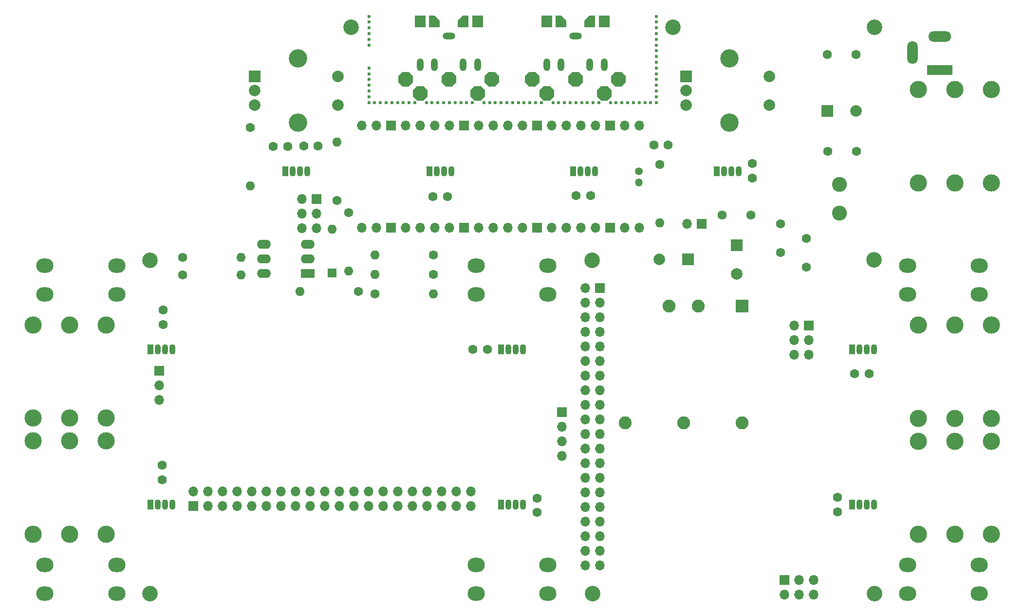
<source format=gbr>
%TF.GenerationSoftware,KiCad,Pcbnew,7.0.1.1-36-gbcf78dbe24-dirty-deb11*%
%TF.CreationDate,2023-03-27T19:41:14+00:00*%
%TF.ProjectId,pedalboard-hw,70656461-6c62-46f6-9172-642d68772e6b,0.0.1*%
%TF.SameCoordinates,Original*%
%TF.FileFunction,Soldermask,Top*%
%TF.FilePolarity,Negative*%
%FSLAX46Y46*%
G04 Gerber Fmt 4.6, Leading zero omitted, Abs format (unit mm)*
G04 Created by KiCad (PCBNEW 7.0.1.1-36-gbcf78dbe24-dirty-deb11) date 2023-03-27 19:41:14*
%MOMM*%
%LPD*%
G01*
G04 APERTURE LIST*
G04 Aperture macros list*
%AMRoundRect*
0 Rectangle with rounded corners*
0 $1 Rounding radius*
0 $2 $3 $4 $5 $6 $7 $8 $9 X,Y pos of 4 corners*
0 Add a 4 corners polygon primitive as box body*
4,1,4,$2,$3,$4,$5,$6,$7,$8,$9,$2,$3,0*
0 Add four circle primitives for the rounded corners*
1,1,$1+$1,$2,$3*
1,1,$1+$1,$4,$5*
1,1,$1+$1,$6,$7*
1,1,$1+$1,$8,$9*
0 Add four rect primitives between the rounded corners*
20,1,$1+$1,$2,$3,$4,$5,0*
20,1,$1+$1,$4,$5,$6,$7,0*
20,1,$1+$1,$6,$7,$8,$9,0*
20,1,$1+$1,$8,$9,$2,$3,0*%
%AMFreePoly0*
4,1,17,0.553688,1.285921,1.285921,0.553688,1.300800,0.517767,1.300800,-0.517767,1.285921,-0.553688,0.553688,-1.285921,0.517767,-1.300800,-0.517767,-1.300800,-0.553688,-1.285921,-1.285921,-0.553688,-1.300800,-0.517767,-1.300800,0.517767,-1.285921,0.553688,-0.553688,1.285921,-0.517767,1.300800,0.517767,1.300800,0.553688,1.285921,0.553688,1.285921,$1*%
%AMFreePoly1*
4,1,14,0.935921,1.035921,0.950800,1.000000,0.950800,-0.100000,0.935921,-0.135921,0.035921,-1.035921,0.000000,-1.050800,-0.900000,-1.050800,-0.935921,-1.035921,-0.950800,-1.000000,-0.950800,1.000000,-0.935921,1.035921,-0.900000,1.050800,0.900000,1.050800,0.935921,1.035921,0.935921,1.035921,$1*%
%AMFreePoly2*
4,1,14,0.935921,1.035921,0.950800,1.000000,0.950800,-1.000000,0.935921,-1.035921,0.900000,-1.050800,0.000000,-1.050800,-0.035921,-1.035921,-0.935921,-0.135921,-0.950800,-0.100000,-0.950800,1.000000,-0.935921,1.035921,-0.900000,1.050800,0.900000,1.050800,0.935921,1.035921,0.935921,1.035921,$1*%
G04 Aperture macros list end*
%ADD10C,2.700000*%
%ADD11C,1.600000*%
%ADD12O,1.200000X2.200000*%
%ADD13O,2.200000X1.200000*%
%ADD14C,3.000000*%
%ADD15R,4.400000X1.800000*%
%ADD16O,4.000000X1.800000*%
%ADD17O,1.800000X4.000000*%
%ADD18O,1.600000X1.600000*%
%ADD19R,1.070000X1.800000*%
%ADD20O,1.070000X1.800000*%
%ADD21R,2.250000X2.250000*%
%ADD22C,2.250000*%
%ADD23R,1.700000X1.700000*%
%ADD24O,1.700000X1.700000*%
%ADD25C,0.600000*%
%ADD26O,3.000000X2.500000*%
%ADD27R,2.400000X1.600000*%
%ADD28O,2.400000X1.600000*%
%ADD29C,2.600000*%
%ADD30FreePoly0,180.000000*%
%ADD31FreePoly0,270.000000*%
%ADD32FreePoly1,180.000000*%
%ADD33RoundRect,0.050800X0.900000X1.000000X-0.900000X1.000000X-0.900000X-1.000000X0.900000X-1.000000X0*%
%ADD34FreePoly2,180.000000*%
%ADD35R,2.000000X2.000000*%
%ADD36C,2.000000*%
%ADD37C,3.200000*%
%ADD38R,1.600000X1.600000*%
%ADD39C,1.350000*%
%ADD40O,1.350000X1.350000*%
G04 APERTURE END LIST*
D10*
%TO.C,H1*%
X168020000Y-121500000D03*
%TD*%
D11*
%TO.C,C5*%
X146800000Y-46700000D03*
X146800000Y-49200000D03*
%TD*%
D12*
%TO.C,J16*%
X121000000Y-29500000D03*
X118500000Y-29500000D03*
D13*
X116000000Y-24500000D03*
D12*
X111000000Y-29500000D03*
X113500000Y-29500000D03*
%TD*%
D10*
%TO.C,H7*%
X133000000Y-23000000D03*
%TD*%
D14*
%TO.C,J12*%
X28050000Y-111200000D03*
X28050000Y-94970000D03*
X21700000Y-111200000D03*
X21700000Y-94970000D03*
X34400000Y-111200000D03*
X34400000Y-94970000D03*
%TD*%
D11*
%TO.C,C16*%
X159900000Y-44600000D03*
X164900000Y-44600000D03*
%TD*%
D15*
%TO.C,J13*%
X179400000Y-30400000D03*
D16*
X179400000Y-24600000D03*
D17*
X174600000Y-27400000D03*
%TD*%
D11*
%TO.C,L5*%
X130700000Y-46820000D03*
D18*
X130700000Y-56980000D03*
%TD*%
D19*
%TO.C,D3*%
X115600000Y-48000000D03*
D20*
X116870000Y-48000000D03*
X118140000Y-48000000D03*
X119410000Y-48000000D03*
%TD*%
D14*
%TO.C,J11*%
X28085000Y-91000000D03*
X28085000Y-74770000D03*
X21735000Y-91000000D03*
X21735000Y-74770000D03*
X34435000Y-91000000D03*
X34435000Y-74770000D03*
%TD*%
D21*
%TO.C,PS1*%
X144960000Y-71520000D03*
D22*
X137340000Y-71520000D03*
X132260000Y-71520000D03*
X124640000Y-91840000D03*
X134800000Y-91840000D03*
X144960000Y-91840000D03*
%TD*%
D14*
%TO.C,J10*%
X181950000Y-94995000D03*
X181950000Y-111225000D03*
X188300000Y-94995000D03*
X188300000Y-111225000D03*
X175600000Y-94995000D03*
X175600000Y-111225000D03*
%TD*%
D10*
%TO.C,H5*%
X42000000Y-63500000D03*
%TD*%
D19*
%TO.C,D4*%
X140600000Y-48000000D03*
D20*
X141870000Y-48000000D03*
X143140000Y-48000000D03*
X144410000Y-48000000D03*
%TD*%
D11*
%TO.C,C10*%
X109310000Y-104930000D03*
X109310000Y-107430000D03*
%TD*%
D19*
%TO.C,D7*%
X103100000Y-106000000D03*
D20*
X104370000Y-106000000D03*
X105640000Y-106000000D03*
X106910000Y-106000000D03*
%TD*%
D10*
%TO.C,H3*%
X118980000Y-121520000D03*
%TD*%
D23*
%TO.C,J7*%
X49590000Y-106320000D03*
D24*
X49590000Y-103780000D03*
X52130000Y-106320000D03*
X52130000Y-103780000D03*
X54670000Y-106320000D03*
X54670000Y-103780000D03*
X57210000Y-106320000D03*
X57210000Y-103780000D03*
X59750000Y-106320000D03*
X59750000Y-103780000D03*
X62290000Y-106320000D03*
X62290000Y-103780000D03*
X64830000Y-106320000D03*
X64830000Y-103780000D03*
X67370000Y-106320000D03*
X67370000Y-103780000D03*
X69910000Y-106320000D03*
X69910000Y-103780000D03*
X72450000Y-106320000D03*
X72450000Y-103780000D03*
X74990000Y-106320000D03*
X74990000Y-103780000D03*
X77530000Y-106320000D03*
X77530000Y-103780000D03*
X80070000Y-106320000D03*
X80070000Y-103780000D03*
X82610000Y-106320000D03*
X82610000Y-103780000D03*
X85150000Y-106320000D03*
X85150000Y-103780000D03*
X87690000Y-106320000D03*
X87690000Y-103780000D03*
X90230000Y-106320000D03*
X90230000Y-103780000D03*
X92770000Y-106320000D03*
X92770000Y-103780000D03*
X95310000Y-106320000D03*
X95310000Y-103780000D03*
X97850000Y-106320000D03*
X97850000Y-103780000D03*
%TD*%
D11*
%TO.C,C11*%
X161620000Y-107300000D03*
X161620000Y-104800000D03*
%TD*%
D25*
%TO.C,H10*%
X80100000Y-21075000D03*
X80100000Y-22075000D03*
X80100000Y-23075000D03*
X80100000Y-24075000D03*
X80100000Y-25075000D03*
X80100000Y-26075000D03*
X80100000Y-30075000D03*
X80100000Y-31075000D03*
X80100000Y-32075000D03*
X80100000Y-33075000D03*
X80100000Y-34075000D03*
X80100000Y-35075000D03*
X80100000Y-36075000D03*
X81100000Y-36075000D03*
X82100000Y-36075000D03*
X83100000Y-36075000D03*
X84100000Y-36075000D03*
X85100000Y-36075000D03*
X86100000Y-36075000D03*
X87100000Y-36075000D03*
X88100000Y-36075000D03*
X90100000Y-36075000D03*
X91100000Y-36075000D03*
X92100000Y-36075000D03*
X93100000Y-36075000D03*
X94100000Y-36075000D03*
X95100000Y-36075000D03*
X96100000Y-36075000D03*
X97100000Y-36075000D03*
X98100000Y-36075000D03*
X100100000Y-36075000D03*
X101100000Y-36075000D03*
X102100000Y-36075000D03*
X103100000Y-36075000D03*
X104100000Y-36075000D03*
X105100000Y-36075000D03*
X106100000Y-36075000D03*
X107100000Y-36075000D03*
X108100000Y-36075000D03*
X109100000Y-36075000D03*
X110100000Y-36075000D03*
X112100000Y-36075000D03*
X113100000Y-36075000D03*
X114100000Y-36075000D03*
X115100000Y-36075000D03*
X116100000Y-36075000D03*
X117100000Y-36075000D03*
X118100000Y-36075000D03*
X119100000Y-36075000D03*
X120100000Y-36075000D03*
X122100000Y-36075000D03*
X123100000Y-36075000D03*
X124100000Y-36075000D03*
X125100000Y-36075000D03*
X126100000Y-36075000D03*
X127100000Y-36075000D03*
X128100000Y-36075000D03*
X129100000Y-36075000D03*
X130100000Y-21075000D03*
X130100000Y-22075000D03*
X130100000Y-23075000D03*
X130100000Y-24075000D03*
X130100000Y-25075000D03*
X130100000Y-26075000D03*
X130100000Y-27075000D03*
X130100000Y-28075000D03*
X130100000Y-29075000D03*
X130100000Y-30075000D03*
X130100000Y-31075000D03*
X130100000Y-32075000D03*
X130100000Y-33075000D03*
X130100000Y-34075000D03*
X130100000Y-35075000D03*
X130100000Y-36075000D03*
%TD*%
D11*
%TO.C,C9*%
X44155000Y-101700000D03*
X44155000Y-99200000D03*
%TD*%
D26*
%TO.C,SW2*%
X98750000Y-64500000D03*
X111250000Y-64500000D03*
X98750000Y-69500000D03*
X111250000Y-69500000D03*
%TD*%
D19*
%TO.C,D9*%
X42100000Y-79000000D03*
D20*
X43370000Y-79000000D03*
X44640000Y-79000000D03*
X45910000Y-79000000D03*
%TD*%
D11*
%TO.C,R5*%
X74575000Y-53105000D03*
D18*
X74575000Y-42945000D03*
%TD*%
D27*
%TO.C,U2*%
X69475000Y-65800000D03*
D28*
X69475000Y-63260000D03*
X69475000Y-60720000D03*
X61855000Y-60720000D03*
X61855000Y-63260000D03*
X61855000Y-65800000D03*
%TD*%
D10*
%TO.C,H6*%
X77000000Y-23000000D03*
%TD*%
D29*
%TO.C,L6*%
X161900000Y-50300000D03*
X161900000Y-55300000D03*
%TD*%
D14*
%TO.C,J3*%
X181965000Y-33800000D03*
X181965000Y-50030000D03*
X188315000Y-33800000D03*
X188315000Y-50030000D03*
X175615000Y-33800000D03*
X175615000Y-50030000D03*
%TD*%
D11*
%TO.C,C1*%
X63475000Y-43700000D03*
X65975000Y-43700000D03*
%TD*%
D30*
%TO.C,J1*%
X108500000Y-32000000D03*
D31*
X116000000Y-32000000D03*
D30*
X123500000Y-32000000D03*
X111000000Y-34500000D03*
X121000000Y-34500000D03*
D32*
X118500000Y-22000000D03*
D33*
X121000000Y-22000000D03*
X111000000Y-22000000D03*
D34*
X113500000Y-22000000D03*
%TD*%
D19*
%TO.C,D2*%
X90600000Y-48000000D03*
D20*
X91870000Y-48000000D03*
X93140000Y-48000000D03*
X94410000Y-48000000D03*
%TD*%
D35*
%TO.C,SW7*%
X60250000Y-31500000D03*
D36*
X60250000Y-36500000D03*
X60250000Y-34000000D03*
D37*
X67750000Y-28400000D03*
X67750000Y-39600000D03*
D36*
X74750000Y-36500000D03*
X74750000Y-31500000D03*
%TD*%
D11*
%TO.C,C2*%
X68750000Y-43675000D03*
X71250000Y-43675000D03*
%TD*%
%TO.C,C8*%
X164570000Y-83300000D03*
X167070000Y-83300000D03*
%TD*%
D35*
%TO.C,C14*%
X144100000Y-60932323D03*
D36*
X144100000Y-65932323D03*
%TD*%
D11*
%TO.C,R1*%
X78280000Y-68980000D03*
D18*
X68120000Y-68980000D03*
%TD*%
D10*
%TO.C,H2*%
X167900000Y-63450000D03*
%TD*%
D35*
%TO.C,C15*%
X135600000Y-63400000D03*
D36*
X130600000Y-63400000D03*
%TD*%
D19*
%TO.C,D1*%
X65600000Y-48000000D03*
D20*
X66870000Y-48000000D03*
X68140000Y-48000000D03*
X69410000Y-48000000D03*
%TD*%
D11*
%TO.C,C3*%
X91250000Y-52400000D03*
X93750000Y-52400000D03*
%TD*%
D10*
%TO.C,H9*%
X42000000Y-121500000D03*
%TD*%
D14*
%TO.C,J9*%
X181950000Y-74780000D03*
X181950000Y-91010000D03*
X188300000Y-74780000D03*
X188300000Y-91010000D03*
X175600000Y-74780000D03*
X175600000Y-91010000D03*
%TD*%
D26*
%TO.C,SW1*%
X23750000Y-64500000D03*
X36250000Y-64500000D03*
X23750000Y-69500000D03*
X36250000Y-69500000D03*
%TD*%
D11*
%TO.C,C12*%
X129650000Y-43470000D03*
X132150000Y-43470000D03*
%TD*%
%TO.C,R3*%
X47695000Y-63050000D03*
D18*
X57855000Y-63050000D03*
%TD*%
D35*
%TO.C,C13*%
X159832323Y-37500000D03*
D36*
X164832323Y-37500000D03*
%TD*%
D19*
%TO.C,D5*%
X164100000Y-79000000D03*
D20*
X165370000Y-79000000D03*
X166640000Y-79000000D03*
X167910000Y-79000000D03*
%TD*%
D11*
%TO.C,R4*%
X81190000Y-69340000D03*
D18*
X91350000Y-69340000D03*
%TD*%
D19*
%TO.C,D10*%
X42100000Y-106000000D03*
D20*
X43370000Y-106000000D03*
X44640000Y-106000000D03*
X45910000Y-106000000D03*
%TD*%
D11*
%TO.C,L1*%
X76600000Y-55270000D03*
D18*
X76600000Y-65430000D03*
%TD*%
D11*
%TO.C,C18*%
X146500000Y-55700000D03*
X141500000Y-55700000D03*
%TD*%
D38*
%TO.C,D11*%
X73700000Y-65775000D03*
D18*
X73700000Y-58155000D03*
%TD*%
D11*
%TO.C,C4*%
X116150000Y-52300000D03*
X118650000Y-52300000D03*
%TD*%
%TO.C,L2*%
X91280000Y-62575000D03*
D18*
X81120000Y-62575000D03*
%TD*%
D11*
%TO.C,F1*%
X164800000Y-27700000D03*
X159800000Y-27700000D03*
%TD*%
D10*
%TO.C,H4*%
X118900000Y-63565600D03*
%TD*%
D11*
%TO.C,C17*%
X151700000Y-57200000D03*
X151700000Y-62200000D03*
%TD*%
D19*
%TO.C,D6*%
X164100000Y-106000000D03*
D20*
X165370000Y-106000000D03*
X166640000Y-106000000D03*
X167910000Y-106000000D03*
%TD*%
D26*
%TO.C,SW6*%
X173750000Y-116500000D03*
X186250000Y-116500000D03*
X173750000Y-121500000D03*
X186250000Y-121500000D03*
%TD*%
%TO.C,SW3*%
X173750000Y-64500000D03*
X186250000Y-64500000D03*
X173750000Y-69500000D03*
X186250000Y-69500000D03*
%TD*%
D11*
%TO.C,C7*%
X100670000Y-79050000D03*
X98170000Y-79050000D03*
%TD*%
D26*
%TO.C,SW4*%
X23750000Y-116500000D03*
X36250000Y-116500000D03*
X23750000Y-121500000D03*
X36250000Y-121500000D03*
%TD*%
D10*
%TO.C,H8*%
X168000000Y-23000000D03*
%TD*%
D11*
%TO.C,L4*%
X91350000Y-65980000D03*
D18*
X81190000Y-65980000D03*
%TD*%
D35*
%TO.C,SW8*%
X135250000Y-31500000D03*
D36*
X135250000Y-36500000D03*
X135250000Y-34000000D03*
D37*
X142750000Y-28400000D03*
X142750000Y-39600000D03*
D36*
X149750000Y-36500000D03*
X149750000Y-31500000D03*
%TD*%
D11*
%TO.C,R2*%
X47695000Y-66050000D03*
D18*
X57855000Y-66050000D03*
%TD*%
D26*
%TO.C,SW5*%
X98750000Y-116500000D03*
X111250000Y-116500000D03*
X98750000Y-121500000D03*
X111250000Y-121500000D03*
%TD*%
D11*
%TO.C,C19*%
X156200000Y-64700000D03*
X156200000Y-59700000D03*
%TD*%
D30*
%TO.C,J2*%
X86505500Y-32000000D03*
D31*
X94005500Y-32000000D03*
D30*
X101505500Y-32000000D03*
X89005500Y-34500000D03*
X99005500Y-34500000D03*
D32*
X96505500Y-22000000D03*
D33*
X99005500Y-22000000D03*
X89005500Y-22000000D03*
D34*
X91505500Y-22000000D03*
%TD*%
D11*
%TO.C,C6*%
X44355000Y-72200000D03*
X44355000Y-74700000D03*
%TD*%
D19*
%TO.C,D8*%
X103100000Y-79000000D03*
D20*
X104370000Y-79000000D03*
X105640000Y-79000000D03*
X106910000Y-79000000D03*
%TD*%
D11*
%TO.C,L3*%
X59500000Y-40445000D03*
D18*
X59500000Y-50605000D03*
%TD*%
D12*
%TO.C,J17*%
X99000000Y-29500000D03*
X96500000Y-29500000D03*
D13*
X94000000Y-24500000D03*
D12*
X89000000Y-29500000D03*
X91500000Y-29500000D03*
%TD*%
D23*
%TO.C,J6*%
X113625000Y-89985000D03*
D24*
X113625000Y-92525000D03*
X113625000Y-95065000D03*
X113625000Y-97605000D03*
%TD*%
D23*
%TO.C,J14*%
X138000000Y-57175000D03*
D24*
X135460000Y-57175000D03*
%TD*%
D39*
%TO.C,J5*%
X127000000Y-48000000D03*
D40*
X127000000Y-50000000D03*
%TD*%
D24*
%TO.C,U1*%
X127130000Y-57890000D03*
X124590000Y-57890000D03*
D23*
X122050000Y-57890000D03*
D24*
X119510000Y-57890000D03*
X116970000Y-57890000D03*
X114430000Y-57890000D03*
X111890000Y-57890000D03*
D23*
X109350000Y-57890000D03*
D24*
X106810000Y-57890000D03*
X104270000Y-57890000D03*
X101730000Y-57890000D03*
X99190000Y-57890000D03*
D23*
X96650000Y-57890000D03*
D24*
X94110000Y-57890000D03*
X91570000Y-57890000D03*
X89030000Y-57890000D03*
X86490000Y-57890000D03*
D23*
X83950000Y-57890000D03*
D24*
X81410000Y-57890000D03*
X78870000Y-57890000D03*
X78870000Y-40110000D03*
X81410000Y-40110000D03*
D23*
X83950000Y-40110000D03*
D24*
X86490000Y-40110000D03*
X89030000Y-40110000D03*
X91570000Y-40110000D03*
X94110000Y-40110000D03*
D23*
X96650000Y-40110000D03*
D24*
X99190000Y-40110000D03*
X101730000Y-40110000D03*
X104270000Y-40110000D03*
X106810000Y-40110000D03*
D23*
X109350000Y-40110000D03*
D24*
X111890000Y-40110000D03*
X114430000Y-40110000D03*
X116970000Y-40110000D03*
X119510000Y-40110000D03*
D23*
X122050000Y-40110000D03*
D24*
X124590000Y-40110000D03*
X127130000Y-40110000D03*
%TD*%
D23*
%TO.C,J4*%
X43615000Y-82790000D03*
D24*
X43615000Y-85330000D03*
X43615000Y-87870000D03*
%TD*%
D23*
%TO.C,J8*%
X120250000Y-68375600D03*
D24*
X117710000Y-68375600D03*
X120250000Y-70915600D03*
X117710000Y-70915600D03*
X120250000Y-73455600D03*
X117710000Y-73455600D03*
X120250000Y-75995600D03*
X117710000Y-75995600D03*
X120250000Y-78535600D03*
X117710000Y-78535600D03*
X120250000Y-81075600D03*
X117710000Y-81075600D03*
X120250000Y-83615600D03*
X117710000Y-83615600D03*
X120250000Y-86155600D03*
X117710000Y-86155600D03*
X120250000Y-88695600D03*
X117710000Y-88695600D03*
X120250000Y-91235600D03*
X117710000Y-91235600D03*
X120250000Y-93775600D03*
X117710000Y-93775600D03*
X120250000Y-96315600D03*
X117710000Y-96315600D03*
X120250000Y-98855600D03*
X117710000Y-98855600D03*
X120250000Y-101395600D03*
X117710000Y-101395600D03*
X120250000Y-103935600D03*
X117710000Y-103935600D03*
X120250000Y-106475600D03*
X117710000Y-106475600D03*
X120250000Y-109015600D03*
X117710000Y-109015600D03*
X120250000Y-111555600D03*
X117710000Y-111555600D03*
X120250000Y-114095600D03*
X117710000Y-114095600D03*
X120250000Y-116635600D03*
X117710000Y-116635600D03*
D23*
X156555000Y-74845600D03*
D24*
X154015000Y-74845600D03*
X156555000Y-77385600D03*
X154015000Y-77385600D03*
X156555000Y-79925600D03*
X154015000Y-79925600D03*
D23*
X152380000Y-119150600D03*
D24*
X152380000Y-121690600D03*
X154920000Y-119150600D03*
X154920000Y-121690600D03*
X157460000Y-119150600D03*
X157460000Y-121690600D03*
%TD*%
D23*
%TO.C,J15*%
X71000000Y-52850000D03*
D24*
X68460000Y-52850000D03*
X71000000Y-55390000D03*
X68460000Y-55390000D03*
X71000000Y-57930000D03*
X68460000Y-57930000D03*
%TD*%
M02*

</source>
